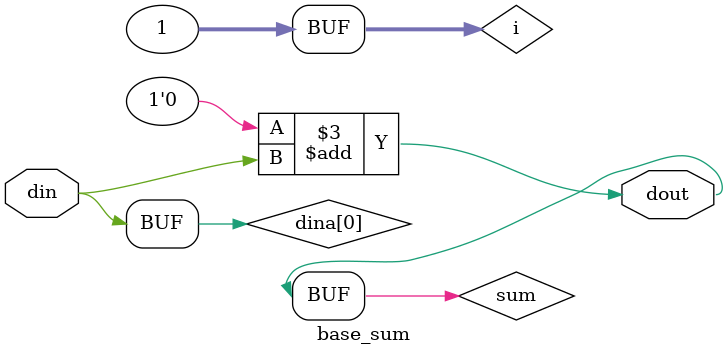
<source format=sv>
/*
 * Copyright 2017 IBM Corporation
 * Licensed to the Apache Software Foundation (ASF) under one
 * or more contributor license agreements.  See the NOTICE file
 * distributed with this work for additional information
 * regarding copyright ownership.  The ASF licenses this file
 * to you under the Apache License, Version 2.0 (the
 * "License"); you may not use this file except in compliance
 * with the License.  You may obtain a copy of the License at
 *
 *     http://www.apache.org/licenses/LICENSE-2.0
 *
 * Unless required by applicable law or agreed to in writing, software
 * distributed under the License is distributed on an "AS IS" BASIS,
 * WITHOUT WARRANTIES OR CONDITIONS OF ANY KIND, either express or implied.
 * See the License for the specific language governing permissions and
 * limitations under the License.
 *
 * Author: Andrew K Martin akmartin@us.ibm.com
 */
 
module base_sum#(parameter n=1, parameter iw=1, parameter ow=1)
   (input [0:n*iw-1] din,
    output [0:ow-1] dout);

   integer 	    i;
   wire [0:iw-1]     dina [0:n-1];
   genvar 	    j;
   generate
      for(j=0; j<n; j=j+1)
	begin : b1
	   assign dina[j] = din[j*iw:(j+1)*iw-1];
	end
   endgenerate
   
	
	
   reg [0:ow-1]     sum;
   always @*
     begin
	sum = 0;
	for(i=0; i<n; i=i+1)
	  begin : b2
	     sum = sum + dina[i];
	  end
     end
   assign dout = sum;
endmodule // base_sum

    

</source>
